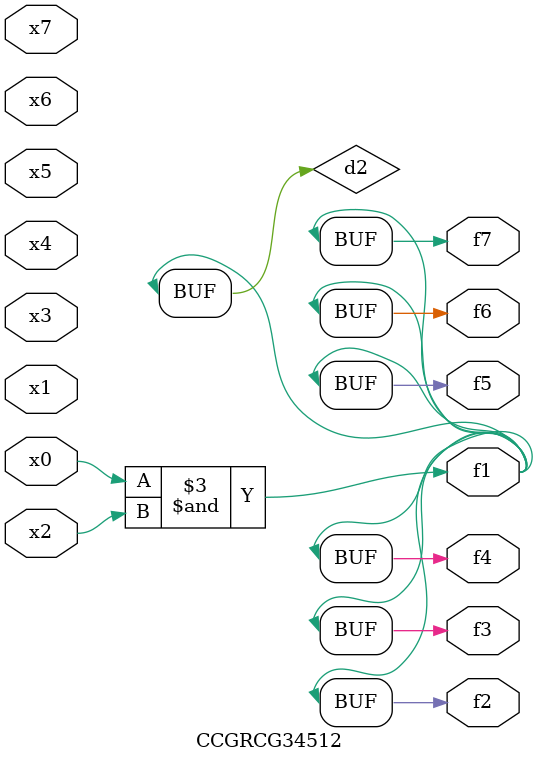
<source format=v>
module CCGRCG34512(
	input x0, x1, x2, x3, x4, x5, x6, x7,
	output f1, f2, f3, f4, f5, f6, f7
);

	wire d1, d2;

	nor (d1, x3, x6);
	and (d2, x0, x2);
	assign f1 = d2;
	assign f2 = d2;
	assign f3 = d2;
	assign f4 = d2;
	assign f5 = d2;
	assign f6 = d2;
	assign f7 = d2;
endmodule

</source>
